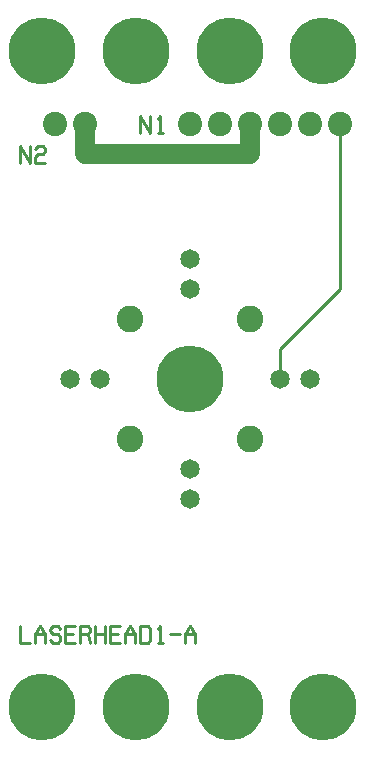
<source format=gtl>
%MOIN*%
%FSLAX25Y25*%
G04 D10 used for Character Trace; *
G04     Circle (OD=.01000) (No hole)*
G04 D11 used for Power Trace; *
G04     Circle (OD=.06700) (No hole)*
G04 D12 used for Signal Trace; *
G04     Circle (OD=.01100) (No hole)*
G04 D13 used for Via; *
G04     Circle (OD=.05800) (Round. Hole ID=.02800)*
G04 D14 used for Component hole; *
G04     Circle (OD=.06500) (Round. Hole ID=.03500)*
G04 D15 used for Component hole; *
G04     Circle (OD=.06700) (Round. Hole ID=.04300)*
G04 D16 used for Component hole; *
G04     Circle (OD=.08100) (Round. Hole ID=.05100)*
G04 D17 used for Component hole; *
G04     Circle (OD=.08900) (Round. Hole ID=.05900)*
G04 D18 used for Component hole; *
G04     Circle (OD=.11300) (Round. Hole ID=.08300)*
G04 D19 used for Component hole; *
G04     Circle (OD=.16000) (Round. Hole ID=.13000)*
G04 D20 used for Component hole; *
G04     Circle (OD=.18300) (Round. Hole ID=.15300)*
G04 D21 used for Component hole; *
G04     Circle (OD=.22291) (Round. Hole ID=.19291)*
%ADD10C,.01000*%
%ADD11C,.06700*%
%ADD12C,.01100*%
%ADD13C,.05800*%
%ADD14C,.06500*%
%ADD15C,.06700*%
%ADD16C,.08100*%
%ADD17C,.08900*%
%ADD18C,.11300*%
%ADD19C,.16000*%
%ADD20C,.18300*%
%ADD21C,.22291*%
%IPPOS*%
%LPD*%
G90*X0Y0D02*D21*X15625Y15625D03*D10*              
X8326Y42871D02*Y37129D01*X11674D01*X13326D02*     
Y40000D01*X15000Y42871D01*X16674Y40000D01*        
Y37129D01*X13326Y40000D02*X16674D01*              
X21674Y41914D02*X20837Y42871D01*X19163D01*        
X18326Y41914D01*Y40957D01*X19163Y40000D01*        
X20837D01*X21674Y39043D01*Y38086D01*              
X20837Y37129D01*X19163D01*X18326Y38086D01*        
X26674Y37129D02*X23326D01*Y42871D01*X26674D01*    
X23326Y40000D02*X25837D01*X28326Y37129D02*        
Y42871D01*X30837D01*X31674Y41914D01*Y40957D01*    
X30837Y40000D01*X28326D01*X30837D02*              
X31674Y37129D01*X33326D02*Y42871D01*              
X36674Y37129D02*Y42871D01*X33326Y40000D02*        
X36674D01*X41674Y37129D02*X38326D01*Y42871D01*    
X41674D01*X38326Y40000D02*X40837D01*              
X43326Y37129D02*Y40000D01*X45000Y42871D01*        
X46674Y40000D01*Y37129D01*X43326Y40000D02*        
X46674D01*X48326Y37129D02*Y42871D01*X50837D01*    
X51674Y41914D01*Y38086D01*X50837Y37129D01*        
X48326D01*X54163Y41914D02*X55000Y42871D01*        
Y37129D01*X54163D02*X55837D01*X58326Y40000D02*    
X61674D01*X63326Y37129D02*Y40000D01*              
X65000Y42871D01*X66674Y40000D01*Y37129D01*        
X63326Y40000D02*X66674D01*D21*X46875Y15625D03*    
X78125D03*D14*X65000Y85000D03*Y95000D03*D17*      
X85000Y105000D03*X45000D03*D21*X109375Y15625D03*  
D14*X105000Y125000D03*X95000D03*D12*Y135000D01*   
X115000Y155000D01*Y210000D01*D16*D03*X105000D03*  
X95000D03*D21*X109375Y234375D03*D16*              
X85000Y210000D03*D11*Y200000D01*X30000D01*        
Y210000D01*D16*D03*X20000D03*D10*X48326Y207129D02*
Y212871D01*X51674Y207129D01*Y212871D01*           
X54163Y211914D02*X55000Y212871D01*Y207129D01*     
X54163D02*X55837D01*X8326Y197129D02*Y202871D01*   
X11674Y197129D01*Y202871D01*X13326Y201914D02*     
X14163Y202871D01*X15837D01*X16674Y201914D01*      
Y200957D01*X15837Y200000D01*X14163D01*            
X13326Y199043D01*Y197129D01*X16674D01*D21*        
X46875Y234375D03*X15625D03*D16*X65000Y210000D03*  
X75000D03*D14*X65000Y165000D03*D21*               
X78125Y234375D03*D14*X65000Y155000D03*D17*        
X45000Y145000D03*X85000D03*D14*X25000Y125000D03*  
X35000D03*D21*X65000D03*M02*                      

</source>
